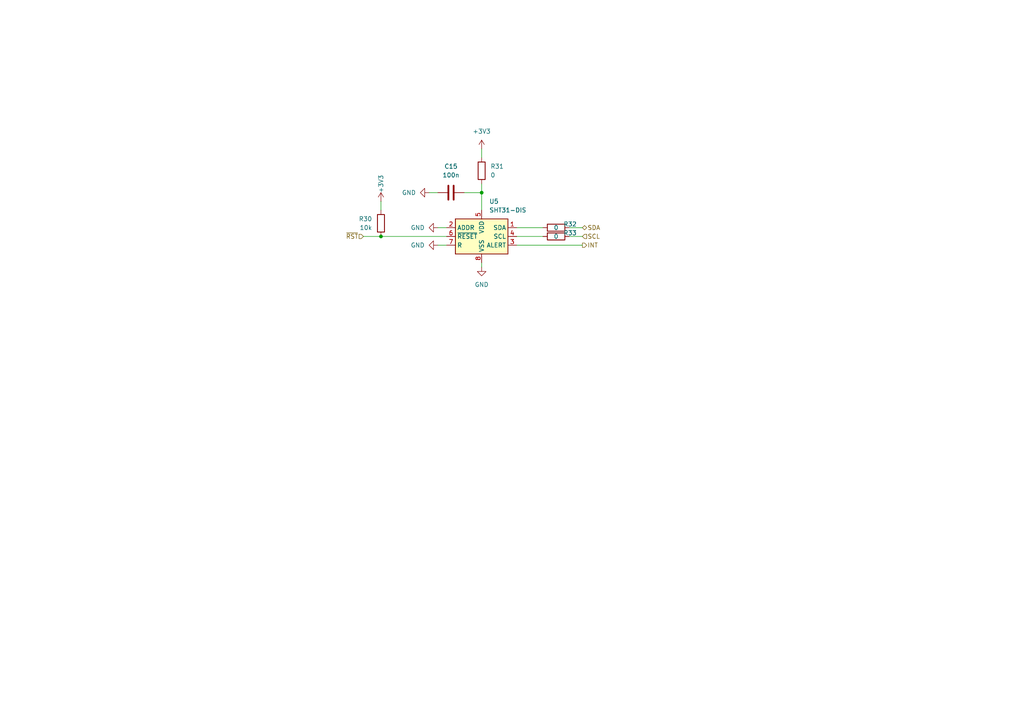
<source format=kicad_sch>
(kicad_sch (version 20231120) (generator "eeschema") (generator_version "8.0")
  (paper "A4")
  (lib_symbols
    (symbol "Device:C" (pin_numbers hide) (pin_names (offset 0.254))
      (property "Reference" "C" (at 0.635 2.54 0))
      (property "Value" "C" (at 0.635 -2.54 0))
      (symbol "C_0_1"
        (polyline (pts (xy -2.032 -0.762) (xy 2.032 -0.762)) (stroke (width 0.508)))
        (polyline (pts (xy -2.032 0.762) (xy 2.032 0.762)) (stroke (width 0.508)))
      )
      (symbol "C_1_1"
        (pin passive line (at 0 3.81 270) (length 2.794) (name "~") (number "1"))
        (pin passive line (at 0 -3.81 90) (length 2.794) (name "~") (number "2"))
      )
    )
    (symbol "Device:R" (pin_numbers hide) (pin_names (offset 0))
      (property "Reference" "R" (at 2.032 0 90))
      (property "Value" "R" (at 0 0 90))
      (symbol "R_0_1"
        (rectangle (start -1.016 -2.54) (end 1.016 2.54) (stroke (width 0.254)))
      )
      (symbol "R_1_1"
        (pin passive line (at 0 3.81 270) (length 1.27) (name "~") (number "1"))
        (pin passive line (at 0 -3.81 90) (length 1.27) (name "~") (number "2"))
      )
    )
    (symbol "Sensor_Humidity:SHT31-DIS"
      (property "Reference" "U" (at -6.35 6.35 0))
      (property "Value" "SHT31-DIS" (at 6.35 6.35 0))
      (symbol "SHT31-DIS_0_1"
        (rectangle (start -7.62 5.08) (end 7.62 -5.08) (stroke (width 0.254)) (fill (type background)))
      )
      (symbol "SHT31-DIS_1_1"
        (pin bidirectional line (at 10.16 2.54 180) (length 2.54) (name "SDA") (number "1"))
        (pin input line (at -10.16 2.54 0) (length 2.54) (name "ADDR") (number "2"))
        (pin output line (at 10.16 -2.54 180) (length 2.54) (name "ALERT") (number "3"))
        (pin input line (at 10.16 0 180) (length 2.54) (name "SCL") (number "4"))
        (pin power_in line (at 0 7.62 270) (length 2.54) (name "VDD") (number "5"))
        (pin input line (at -10.16 0 0) (length 2.54) (name "~{RESET}") (number "6"))
        (pin passive line (at -10.16 -2.54 0) (length 2.54) (name "R") (number "7"))
        (pin power_in line (at 0 -7.62 90) (length 2.54) (name "VSS") (number "8"))
        (pin passive line (at 0 -7.62 90) (length 2.54) hide (name "VSS") (number "9"))
      )
    )
    (symbol "power:+3V3" (power) (pin_numbers hide) (pin_names (offset 0) hide)
      (property "Value" "+3V3" (at 0 3.556 0))
      (symbol "+3V3_0_1"
        (polyline (pts (xy -0.762 1.27) (xy 0 2.54)))
        (polyline (pts (xy 0 0) (xy 0 2.54)))
        (polyline (pts (xy 0 2.54) (xy 0.762 1.27)))
      )
      (symbol "+3V3_1_1"
        (pin power_in line (at 0 0 90) (length 0) (name "~") (number "1"))
      )
    )
    (symbol "power:GND" (power) (pin_numbers hide) (pin_names (offset 0) hide)
      (property "Value" "GND" (at 0 -3.81 0))
      (symbol "GND_0_1"
        (polyline (pts (xy 0 0) (xy 0 -1.27) (xy 1.27 -1.27) (xy 0 -2.54) (xy -1.27 -1.27) (xy 0 -1.27)))
      )
      (symbol "GND_1_1"
        (pin power_in line (at 0 0 270) (length 0) (name "~") (number "1"))
      )
    )
  )
  (junction (at 110.49 68.58))
  (junction (at 139.7 55.88))
  (wire (pts (xy 139.7 77.47) (xy 139.7 76.2)))
  (wire (pts (xy 149.86 71.12) (xy 168.91 71.12)))
  (wire (pts (xy 110.49 60.96) (xy 110.49 58.42)))
  (wire (pts (xy 165.1 68.58) (xy 168.91 68.58)))
  (wire (pts (xy 127 66.04) (xy 129.54 66.04)))
  (wire (pts (xy 149.86 66.04) (xy 157.48 66.04)))
  (wire (pts (xy 110.49 68.58) (xy 129.54 68.58)))
  (wire (pts (xy 127 71.12) (xy 129.54 71.12)))
  (wire (pts (xy 124.46 55.88) (xy 127 55.88)))
  (wire (pts (xy 134.62 55.88) (xy 139.7 55.88)))
  (wire (pts (xy 165.1 66.04) (xy 168.91 66.04)))
  (wire (pts (xy 139.7 55.88) (xy 139.7 60.96)))
  (wire (pts (xy 149.86 68.58) (xy 157.48 68.58)))
  (wire (pts (xy 105.41 68.58) (xy 110.49 68.58)))
  (wire (pts (xy 139.7 53.34) (xy 139.7 55.88)))
  (wire (pts (xy 139.7 43.18) (xy 139.7 45.72)))
  (hierarchical_label "SDA" (shape bidirectional) (at 168.91 66.04 0))
  (hierarchical_label "SCL" (shape input) (at 168.91 68.58 0))
  (hierarchical_label "INT" (shape output) (at 168.91 71.12 0))
  (hierarchical_label "~{RST}" (shape input) (at 105.41 68.58 180))
  (symbol (lib_id "power:GND") (at 124.46 55.88 270) (unit 1)
    (property "Reference" "#PWR061" (effects (hide yes)))
    (property "Value" "GND" (at 120.65 55.8799 90) (effects (justify right)))
    (property "Description" "Power symbol creates a global label with name \"GND\" , ground" (effects (hide yes)))
  )
  (symbol (lib_id "power:GND") (at 127 71.12 270) (unit 1)
    (property "Reference" "#PWR063" (effects (hide yes)))
    (property "Value" "GND" (at 123.19 71.1199 90) (effects (justify right)))
    (property "Description" "Power symbol creates a global label with name \"GND\" , ground" (effects (hide yes)))
  )
  (symbol (lib_id "power:+3V3") (at 110.49 58.42 0) (unit 1)
    (property "Reference" "#PWR060" (effects (hide yes)))
    (property "Value" "+3V3" (at 110.49 53.34 90))
    (property "Description" "Power symbol creates a global label with name \"+3V3\"" (effects (hide yes)))
  )
  (symbol (lib_id "Device:R") (at 139.7 49.53 0) (unit 1)
    (property "Reference" "R31" (at 142.24 48.2599 0) (effects (justify left)))
    (property "Value" "0" (at 142.24 50.7999 0) (effects (justify left)))
    (property "Footprint" "Resistor_SMD:R_0805_2012Metric" (effects (hide yes)))
    (property "Description" "Resistor" (effects (hide yes)))
    (property "JLCPCB Part #" "C17477" (effects (hide yes)))
    (property "MFR.Part #" "0805W8F0000T5E" (effects (hide yes)))
  )
  (symbol (lib_id "Device:R") (at 110.49 64.77 0) (mirror x) (unit 1)
    (property "Reference" "R30" (at 107.95 63.4999 0) (effects (justify right)))
    (property "Value" "10k" (at 107.95 66.0399 0) (effects (justify right)))
    (property "Footprint" "Resistor_SMD:R_0805_2012Metric" (effects (hide yes)))
    (property "Description" "Resistor" (effects (hide yes)))
    (property "JLCPCB Part #" "C84376" (effects (hide yes)))
    (property "MFR.Part #" "RC0805FR-0710KL" (effects (hide yes)))
  )
  (symbol (lib_id "Device:R") (at 161.29 66.04 90) (unit 1)
    (property "Reference" "R32" (at 165.354 65.024 90))
    (property "Value" "0" (at 161.29 66.04 90))
    (property "Footprint" "Resistor_SMD:R_0805_2012Metric" (effects (hide yes)))
    (property "Description" "Resistor" (effects (hide yes)))
    (property "JLCPCB Part #" "C17477" (effects (hide yes)))
    (property "MFR.Part #" "0805W8F0000T5E" (effects (hide yes)))
  )
  (symbol (lib_id "Sensor_Humidity:SHT31-DIS") (at 139.7 68.58 0) (unit 1)
    (property "Reference" "U5" (at 141.8941 58.42 0) (effects (justify left)))
    (property "Value" "SHT31-DIS" (at 141.8941 60.96 0) (effects (justify left)))
    (property "Footprint" "Sensor_Humidity:Sensirion_DFN-8-1EP_2.5x2.5mm_P0.5mm_EP1.1x1.7mm" (effects (hide yes)))
    (property "Datasheet" "https://www.sensirion.com/fileadmin/user_upload/customers/sensirion/Dokumente/2_Humidity_Sensors/Datasheets/Sensirion_Humidity_Sensors_SHT3x_Datasheet_digital.pdf" (effects (hide yes)))
    (property "Description" "I²C humidity and temperature sensor, ±2%RH, ±0.2°C, DFN-8" (effects (hide yes)))
    (property "JLCPCB Part #" "C80862" (effects (hide yes)))
    (property "MFR.Part #" "SHT31-DIS-B2.5kS" (effects (hide yes)))
  )
  (symbol (lib_id "power:GND") (at 139.7 77.47 0) (unit 1)
    (property "Reference" "#PWR065" (effects (hide yes)))
    (property "Value" "GND" (at 139.7 82.55 0))
    (property "Description" "Power symbol creates a global label with name \"GND\" , ground" (effects (hide yes)))
  )
  (symbol (lib_id "Device:R") (at 161.29 68.58 90) (unit 1)
    (property "Reference" "R33" (at 165.354 67.564 90))
    (property "Value" "0" (at 161.29 68.58 90))
    (property "Footprint" "Resistor_SMD:R_0805_2012Metric" (effects (hide yes)))
    (property "Description" "Resistor" (effects (hide yes)))
    (property "JLCPCB Part #" "C17477" (effects (hide yes)))
    (property "MFR.Part #" "0805W8F0000T5E" (effects (hide yes)))
  )
  (symbol (lib_id "power:GND") (at 127 66.04 270) (unit 1)
    (property "Reference" "#PWR062" (effects (hide yes)))
    (property "Value" "GND" (at 123.19 66.0399 90) (effects (justify right)))
    (property "Description" "Power symbol creates a global label with name \"GND\" , ground" (effects (hide yes)))
  )
  (symbol (lib_id "power:+3V3") (at 139.7 43.18 0) (unit 1)
    (property "Reference" "#PWR064" (effects (hide yes)))
    (property "Value" "+3V3" (at 139.7 38.1 0))
    (property "Description" "Power symbol creates a global label with name \"+3V3\"" (effects (hide yes)))
  )
  (symbol (lib_id "Device:C") (at 130.81 55.88 90) (unit 1)
    (property "Reference" "C15" (at 130.81 48.26 90))
    (property "Value" "100n" (at 130.81 50.8 90))
    (property "Footprint" "Capacitor_SMD:C_0805_2012Metric" (effects (hide yes)))
    (property "Description" "Unpolarized capacitor" (effects (hide yes)))
    (property "JLCPCB Part #" "C29926" (effects (hide yes)))
    (property "MFR.Part #" "0805B104J500NT" (effects (hide yes)))
  )
)
</source>
